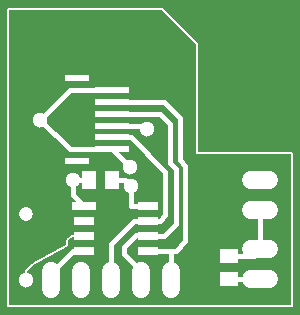
<source format=gbr>
G04 EAGLE Gerber RS-274X export*
G75*
%MOMM*%
%FSLAX34Y34*%
%LPD*%
%INTop Copper*%
%IPNEG*%
%AMOC8*
5,1,8,0,0,1.08239X$1,22.5*%
G01*
%ADD10C,0.200000*%
%ADD11R,3.000000X0.500000*%
%ADD12R,2.000000X0.500000*%
%ADD13C,1.524000*%
%ADD14R,2.100000X0.635000*%
%ADD15R,1.700000X0.635000*%
%ADD16R,1.500000X1.300000*%
%ADD17R,1.300000X1.500000*%
%ADD18C,1.300000*%
%ADD19C,0.406400*%
%ADD20C,0.203200*%
%ADD21C,1.206400*%


D10*
X0Y0D02*
X240000Y0D01*
X240000Y130000D01*
X160000Y130000D01*
X160000Y222000D01*
X130000Y252000D01*
X0Y252000D01*
X0Y0D01*
D11*
X88000Y133000D03*
X88000Y143000D03*
X88000Y153000D03*
X88000Y163000D03*
X88000Y173000D03*
X88000Y183000D03*
D12*
X58000Y123000D03*
X58000Y193000D03*
D13*
X205380Y81300D02*
X220620Y81300D01*
X220620Y106700D02*
X205380Y106700D01*
X205380Y48700D02*
X220620Y48700D01*
X220620Y23300D02*
X205380Y23300D01*
D14*
X64000Y85000D03*
D15*
X64000Y72300D03*
X64000Y59600D03*
X64000Y46900D03*
X118000Y85000D03*
X118000Y72300D03*
X118000Y59600D03*
X118000Y46900D03*
D13*
X137800Y29620D02*
X137800Y14380D01*
X112400Y14380D02*
X112400Y29620D01*
X87000Y29620D02*
X87000Y14380D01*
X61600Y14380D02*
X61600Y29620D01*
X36200Y29620D02*
X36200Y14380D01*
D16*
X187000Y42500D03*
X187000Y23500D03*
D17*
X68500Y107000D03*
X87500Y107000D03*
D18*
X103000Y118000D03*
D19*
X88000Y183000D02*
X52000Y183000D01*
X27000Y158000D01*
D18*
X27000Y158000D03*
D19*
X187200Y23300D02*
X213000Y23300D01*
X187200Y23300D02*
X187000Y23500D01*
X36200Y22000D02*
X36200Y28200D01*
X55000Y47000D01*
X63900Y47000D01*
X64000Y46900D01*
X103000Y118000D02*
X88000Y133000D01*
X52000Y133000D01*
X27000Y158000D01*
X213000Y81300D02*
X213000Y48700D01*
X207800Y42500D02*
X187000Y42500D01*
X207800Y42500D02*
X213000Y48700D01*
X117000Y150000D02*
X114000Y153000D01*
X88000Y153000D01*
D18*
X117000Y150000D03*
X104000Y102000D03*
D19*
X104000Y85000D01*
X118000Y85000D01*
X99000Y107000D02*
X87500Y107000D01*
X99000Y107000D02*
X104000Y102000D01*
X104000Y143000D02*
X88000Y143000D01*
X118000Y72300D02*
X122000Y72300D01*
X128300Y72300D01*
X133000Y77000D01*
X133000Y114000D01*
X104000Y143000D01*
X87000Y53000D02*
X87000Y22000D01*
X106300Y72300D02*
X118000Y72300D01*
X106300Y72300D02*
X87000Y53000D01*
X88000Y163000D02*
X128000Y163000D01*
X124600Y59600D02*
X121000Y59600D01*
X142000Y116000D02*
X137000Y121000D01*
X142000Y116000D02*
X142000Y70000D01*
X131600Y59600D02*
X124600Y59600D01*
X121000Y59600D02*
X118000Y59600D01*
X137000Y154000D02*
X128000Y163000D01*
X137000Y154000D02*
X137000Y121000D01*
X142000Y70000D02*
X131600Y59600D01*
X107000Y27400D02*
X112400Y22000D01*
X107000Y35000D02*
X98000Y44000D01*
X98000Y50000D01*
X108000Y60000D01*
X120600Y60000D01*
X121000Y59600D01*
X107000Y35000D02*
X107000Y27400D01*
X118000Y46900D02*
X137800Y46900D01*
X141900Y46900D01*
X150000Y55000D01*
X132000Y173000D02*
X88000Y173000D01*
X137800Y46900D02*
X137800Y22000D01*
X150000Y86000D02*
X150000Y89000D01*
X150000Y86000D02*
X150000Y55000D01*
X145268Y123898D02*
X145268Y159732D01*
X145268Y123898D02*
X150000Y119166D01*
X150000Y89000D01*
X145268Y159732D02*
X132000Y173000D01*
D18*
X15200Y22500D03*
D20*
X53600Y59600D02*
X64000Y59600D01*
X15200Y22500D02*
X15000Y22700D01*
X15200Y22500D02*
X15200Y30200D01*
X21000Y36000D01*
X49000Y51000D01*
X50000Y52000D01*
X50000Y56000D02*
X53600Y59600D01*
X50000Y56000D02*
X50000Y52000D01*
D19*
X55000Y94000D02*
X55000Y107000D01*
X55000Y94000D02*
X64000Y85000D01*
D18*
X55000Y107000D03*
D19*
X68500Y107000D01*
D21*
X15000Y78000D03*
M02*

</source>
